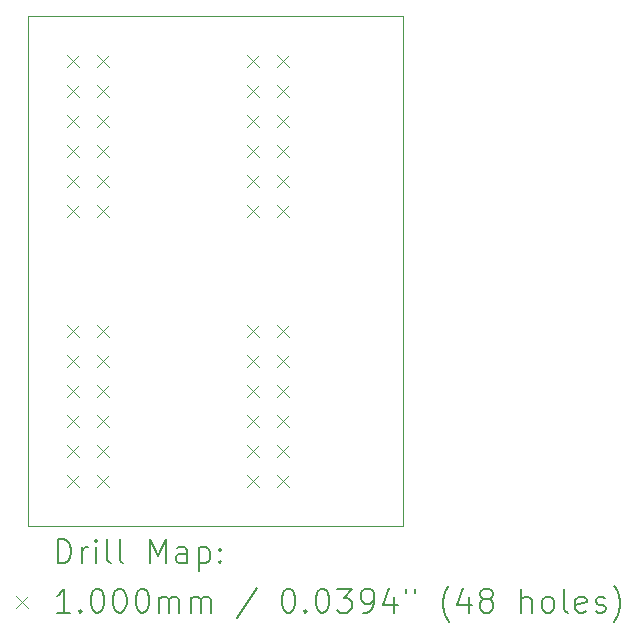
<source format=gbr>
%TF.GenerationSoftware,KiCad,Pcbnew,(6.0.9)*%
%TF.CreationDate,2022-11-21T19:08:51+01:00*%
%TF.ProjectId,PMOD series resistor board,504d4f44-2073-4657-9269-657320726573,V1.0*%
%TF.SameCoordinates,Original*%
%TF.FileFunction,Drillmap*%
%TF.FilePolarity,Positive*%
%FSLAX45Y45*%
G04 Gerber Fmt 4.5, Leading zero omitted, Abs format (unit mm)*
G04 Created by KiCad (PCBNEW (6.0.9)) date 2022-11-21 19:08:51*
%MOMM*%
%LPD*%
G01*
G04 APERTURE LIST*
%ADD10C,0.100000*%
%ADD11C,0.200000*%
G04 APERTURE END LIST*
D10*
X16891000Y-10541000D02*
X16891000Y-14859000D01*
X20066000Y-10541000D02*
X16891000Y-10541000D01*
X20066000Y-14859000D02*
X20066000Y-10541000D01*
X16891000Y-14859000D02*
X20066000Y-14859000D01*
D11*
D10*
X17222000Y-10872000D02*
X17322000Y-10972000D01*
X17322000Y-10872000D02*
X17222000Y-10972000D01*
X17222000Y-11126000D02*
X17322000Y-11226000D01*
X17322000Y-11126000D02*
X17222000Y-11226000D01*
X17222000Y-11380000D02*
X17322000Y-11480000D01*
X17322000Y-11380000D02*
X17222000Y-11480000D01*
X17222000Y-11634000D02*
X17322000Y-11734000D01*
X17322000Y-11634000D02*
X17222000Y-11734000D01*
X17222000Y-11888000D02*
X17322000Y-11988000D01*
X17322000Y-11888000D02*
X17222000Y-11988000D01*
X17222000Y-12142000D02*
X17322000Y-12242000D01*
X17322000Y-12142000D02*
X17222000Y-12242000D01*
X17222000Y-13158000D02*
X17322000Y-13258000D01*
X17322000Y-13158000D02*
X17222000Y-13258000D01*
X17222000Y-13412000D02*
X17322000Y-13512000D01*
X17322000Y-13412000D02*
X17222000Y-13512000D01*
X17222000Y-13666000D02*
X17322000Y-13766000D01*
X17322000Y-13666000D02*
X17222000Y-13766000D01*
X17222000Y-13920000D02*
X17322000Y-14020000D01*
X17322000Y-13920000D02*
X17222000Y-14020000D01*
X17222000Y-14174000D02*
X17322000Y-14274000D01*
X17322000Y-14174000D02*
X17222000Y-14274000D01*
X17222000Y-14428000D02*
X17322000Y-14528000D01*
X17322000Y-14428000D02*
X17222000Y-14528000D01*
X17476000Y-10872000D02*
X17576000Y-10972000D01*
X17576000Y-10872000D02*
X17476000Y-10972000D01*
X17476000Y-11126000D02*
X17576000Y-11226000D01*
X17576000Y-11126000D02*
X17476000Y-11226000D01*
X17476000Y-11380000D02*
X17576000Y-11480000D01*
X17576000Y-11380000D02*
X17476000Y-11480000D01*
X17476000Y-11634000D02*
X17576000Y-11734000D01*
X17576000Y-11634000D02*
X17476000Y-11734000D01*
X17476000Y-11888000D02*
X17576000Y-11988000D01*
X17576000Y-11888000D02*
X17476000Y-11988000D01*
X17476000Y-12142000D02*
X17576000Y-12242000D01*
X17576000Y-12142000D02*
X17476000Y-12242000D01*
X17476000Y-13158000D02*
X17576000Y-13258000D01*
X17576000Y-13158000D02*
X17476000Y-13258000D01*
X17476000Y-13412000D02*
X17576000Y-13512000D01*
X17576000Y-13412000D02*
X17476000Y-13512000D01*
X17476000Y-13666000D02*
X17576000Y-13766000D01*
X17576000Y-13666000D02*
X17476000Y-13766000D01*
X17476000Y-13920000D02*
X17576000Y-14020000D01*
X17576000Y-13920000D02*
X17476000Y-14020000D01*
X17476000Y-14174000D02*
X17576000Y-14274000D01*
X17576000Y-14174000D02*
X17476000Y-14274000D01*
X17476000Y-14428000D02*
X17576000Y-14528000D01*
X17576000Y-14428000D02*
X17476000Y-14528000D01*
X18746000Y-10872000D02*
X18846000Y-10972000D01*
X18846000Y-10872000D02*
X18746000Y-10972000D01*
X18746000Y-11126000D02*
X18846000Y-11226000D01*
X18846000Y-11126000D02*
X18746000Y-11226000D01*
X18746000Y-11380000D02*
X18846000Y-11480000D01*
X18846000Y-11380000D02*
X18746000Y-11480000D01*
X18746000Y-11634000D02*
X18846000Y-11734000D01*
X18846000Y-11634000D02*
X18746000Y-11734000D01*
X18746000Y-11888000D02*
X18846000Y-11988000D01*
X18846000Y-11888000D02*
X18746000Y-11988000D01*
X18746000Y-12142000D02*
X18846000Y-12242000D01*
X18846000Y-12142000D02*
X18746000Y-12242000D01*
X18746000Y-13158000D02*
X18846000Y-13258000D01*
X18846000Y-13158000D02*
X18746000Y-13258000D01*
X18746000Y-13412000D02*
X18846000Y-13512000D01*
X18846000Y-13412000D02*
X18746000Y-13512000D01*
X18746000Y-13666000D02*
X18846000Y-13766000D01*
X18846000Y-13666000D02*
X18746000Y-13766000D01*
X18746000Y-13920000D02*
X18846000Y-14020000D01*
X18846000Y-13920000D02*
X18746000Y-14020000D01*
X18746000Y-14174000D02*
X18846000Y-14274000D01*
X18846000Y-14174000D02*
X18746000Y-14274000D01*
X18746000Y-14428000D02*
X18846000Y-14528000D01*
X18846000Y-14428000D02*
X18746000Y-14528000D01*
X19000000Y-10872000D02*
X19100000Y-10972000D01*
X19100000Y-10872000D02*
X19000000Y-10972000D01*
X19000000Y-11126000D02*
X19100000Y-11226000D01*
X19100000Y-11126000D02*
X19000000Y-11226000D01*
X19000000Y-11380000D02*
X19100000Y-11480000D01*
X19100000Y-11380000D02*
X19000000Y-11480000D01*
X19000000Y-11634000D02*
X19100000Y-11734000D01*
X19100000Y-11634000D02*
X19000000Y-11734000D01*
X19000000Y-11888000D02*
X19100000Y-11988000D01*
X19100000Y-11888000D02*
X19000000Y-11988000D01*
X19000000Y-12142000D02*
X19100000Y-12242000D01*
X19100000Y-12142000D02*
X19000000Y-12242000D01*
X19000000Y-13158000D02*
X19100000Y-13258000D01*
X19100000Y-13158000D02*
X19000000Y-13258000D01*
X19000000Y-13412000D02*
X19100000Y-13512000D01*
X19100000Y-13412000D02*
X19000000Y-13512000D01*
X19000000Y-13666000D02*
X19100000Y-13766000D01*
X19100000Y-13666000D02*
X19000000Y-13766000D01*
X19000000Y-13920000D02*
X19100000Y-14020000D01*
X19100000Y-13920000D02*
X19000000Y-14020000D01*
X19000000Y-14174000D02*
X19100000Y-14274000D01*
X19100000Y-14174000D02*
X19000000Y-14274000D01*
X19000000Y-14428000D02*
X19100000Y-14528000D01*
X19100000Y-14428000D02*
X19000000Y-14528000D01*
D11*
X17143619Y-15174476D02*
X17143619Y-14974476D01*
X17191238Y-14974476D01*
X17219810Y-14984000D01*
X17238857Y-15003048D01*
X17248381Y-15022095D01*
X17257905Y-15060190D01*
X17257905Y-15088762D01*
X17248381Y-15126857D01*
X17238857Y-15145905D01*
X17219810Y-15164952D01*
X17191238Y-15174476D01*
X17143619Y-15174476D01*
X17343619Y-15174476D02*
X17343619Y-15041143D01*
X17343619Y-15079238D02*
X17353143Y-15060190D01*
X17362667Y-15050667D01*
X17381714Y-15041143D01*
X17400762Y-15041143D01*
X17467429Y-15174476D02*
X17467429Y-15041143D01*
X17467429Y-14974476D02*
X17457905Y-14984000D01*
X17467429Y-14993524D01*
X17476952Y-14984000D01*
X17467429Y-14974476D01*
X17467429Y-14993524D01*
X17591238Y-15174476D02*
X17572190Y-15164952D01*
X17562667Y-15145905D01*
X17562667Y-14974476D01*
X17696000Y-15174476D02*
X17676952Y-15164952D01*
X17667429Y-15145905D01*
X17667429Y-14974476D01*
X17924571Y-15174476D02*
X17924571Y-14974476D01*
X17991238Y-15117333D01*
X18057905Y-14974476D01*
X18057905Y-15174476D01*
X18238857Y-15174476D02*
X18238857Y-15069714D01*
X18229333Y-15050667D01*
X18210286Y-15041143D01*
X18172190Y-15041143D01*
X18153143Y-15050667D01*
X18238857Y-15164952D02*
X18219810Y-15174476D01*
X18172190Y-15174476D01*
X18153143Y-15164952D01*
X18143619Y-15145905D01*
X18143619Y-15126857D01*
X18153143Y-15107809D01*
X18172190Y-15098286D01*
X18219810Y-15098286D01*
X18238857Y-15088762D01*
X18334095Y-15041143D02*
X18334095Y-15241143D01*
X18334095Y-15050667D02*
X18353143Y-15041143D01*
X18391238Y-15041143D01*
X18410286Y-15050667D01*
X18419810Y-15060190D01*
X18429333Y-15079238D01*
X18429333Y-15136381D01*
X18419810Y-15155428D01*
X18410286Y-15164952D01*
X18391238Y-15174476D01*
X18353143Y-15174476D01*
X18334095Y-15164952D01*
X18515048Y-15155428D02*
X18524571Y-15164952D01*
X18515048Y-15174476D01*
X18505524Y-15164952D01*
X18515048Y-15155428D01*
X18515048Y-15174476D01*
X18515048Y-15050667D02*
X18524571Y-15060190D01*
X18515048Y-15069714D01*
X18505524Y-15060190D01*
X18515048Y-15050667D01*
X18515048Y-15069714D01*
D10*
X16786000Y-15454000D02*
X16886000Y-15554000D01*
X16886000Y-15454000D02*
X16786000Y-15554000D01*
D11*
X17248381Y-15594476D02*
X17134095Y-15594476D01*
X17191238Y-15594476D02*
X17191238Y-15394476D01*
X17172190Y-15423048D01*
X17153143Y-15442095D01*
X17134095Y-15451619D01*
X17334095Y-15575428D02*
X17343619Y-15584952D01*
X17334095Y-15594476D01*
X17324571Y-15584952D01*
X17334095Y-15575428D01*
X17334095Y-15594476D01*
X17467429Y-15394476D02*
X17486476Y-15394476D01*
X17505524Y-15404000D01*
X17515048Y-15413524D01*
X17524571Y-15432571D01*
X17534095Y-15470667D01*
X17534095Y-15518286D01*
X17524571Y-15556381D01*
X17515048Y-15575428D01*
X17505524Y-15584952D01*
X17486476Y-15594476D01*
X17467429Y-15594476D01*
X17448381Y-15584952D01*
X17438857Y-15575428D01*
X17429333Y-15556381D01*
X17419810Y-15518286D01*
X17419810Y-15470667D01*
X17429333Y-15432571D01*
X17438857Y-15413524D01*
X17448381Y-15404000D01*
X17467429Y-15394476D01*
X17657905Y-15394476D02*
X17676952Y-15394476D01*
X17696000Y-15404000D01*
X17705524Y-15413524D01*
X17715048Y-15432571D01*
X17724571Y-15470667D01*
X17724571Y-15518286D01*
X17715048Y-15556381D01*
X17705524Y-15575428D01*
X17696000Y-15584952D01*
X17676952Y-15594476D01*
X17657905Y-15594476D01*
X17638857Y-15584952D01*
X17629333Y-15575428D01*
X17619810Y-15556381D01*
X17610286Y-15518286D01*
X17610286Y-15470667D01*
X17619810Y-15432571D01*
X17629333Y-15413524D01*
X17638857Y-15404000D01*
X17657905Y-15394476D01*
X17848381Y-15394476D02*
X17867429Y-15394476D01*
X17886476Y-15404000D01*
X17896000Y-15413524D01*
X17905524Y-15432571D01*
X17915048Y-15470667D01*
X17915048Y-15518286D01*
X17905524Y-15556381D01*
X17896000Y-15575428D01*
X17886476Y-15584952D01*
X17867429Y-15594476D01*
X17848381Y-15594476D01*
X17829333Y-15584952D01*
X17819810Y-15575428D01*
X17810286Y-15556381D01*
X17800762Y-15518286D01*
X17800762Y-15470667D01*
X17810286Y-15432571D01*
X17819810Y-15413524D01*
X17829333Y-15404000D01*
X17848381Y-15394476D01*
X18000762Y-15594476D02*
X18000762Y-15461143D01*
X18000762Y-15480190D02*
X18010286Y-15470667D01*
X18029333Y-15461143D01*
X18057905Y-15461143D01*
X18076952Y-15470667D01*
X18086476Y-15489714D01*
X18086476Y-15594476D01*
X18086476Y-15489714D02*
X18096000Y-15470667D01*
X18115048Y-15461143D01*
X18143619Y-15461143D01*
X18162667Y-15470667D01*
X18172190Y-15489714D01*
X18172190Y-15594476D01*
X18267429Y-15594476D02*
X18267429Y-15461143D01*
X18267429Y-15480190D02*
X18276952Y-15470667D01*
X18296000Y-15461143D01*
X18324571Y-15461143D01*
X18343619Y-15470667D01*
X18353143Y-15489714D01*
X18353143Y-15594476D01*
X18353143Y-15489714D02*
X18362667Y-15470667D01*
X18381714Y-15461143D01*
X18410286Y-15461143D01*
X18429333Y-15470667D01*
X18438857Y-15489714D01*
X18438857Y-15594476D01*
X18829333Y-15384952D02*
X18657905Y-15642095D01*
X19086476Y-15394476D02*
X19105524Y-15394476D01*
X19124571Y-15404000D01*
X19134095Y-15413524D01*
X19143619Y-15432571D01*
X19153143Y-15470667D01*
X19153143Y-15518286D01*
X19143619Y-15556381D01*
X19134095Y-15575428D01*
X19124571Y-15584952D01*
X19105524Y-15594476D01*
X19086476Y-15594476D01*
X19067429Y-15584952D01*
X19057905Y-15575428D01*
X19048381Y-15556381D01*
X19038857Y-15518286D01*
X19038857Y-15470667D01*
X19048381Y-15432571D01*
X19057905Y-15413524D01*
X19067429Y-15404000D01*
X19086476Y-15394476D01*
X19238857Y-15575428D02*
X19248381Y-15584952D01*
X19238857Y-15594476D01*
X19229333Y-15584952D01*
X19238857Y-15575428D01*
X19238857Y-15594476D01*
X19372190Y-15394476D02*
X19391238Y-15394476D01*
X19410286Y-15404000D01*
X19419810Y-15413524D01*
X19429333Y-15432571D01*
X19438857Y-15470667D01*
X19438857Y-15518286D01*
X19429333Y-15556381D01*
X19419810Y-15575428D01*
X19410286Y-15584952D01*
X19391238Y-15594476D01*
X19372190Y-15594476D01*
X19353143Y-15584952D01*
X19343619Y-15575428D01*
X19334095Y-15556381D01*
X19324571Y-15518286D01*
X19324571Y-15470667D01*
X19334095Y-15432571D01*
X19343619Y-15413524D01*
X19353143Y-15404000D01*
X19372190Y-15394476D01*
X19505524Y-15394476D02*
X19629333Y-15394476D01*
X19562667Y-15470667D01*
X19591238Y-15470667D01*
X19610286Y-15480190D01*
X19619810Y-15489714D01*
X19629333Y-15508762D01*
X19629333Y-15556381D01*
X19619810Y-15575428D01*
X19610286Y-15584952D01*
X19591238Y-15594476D01*
X19534095Y-15594476D01*
X19515048Y-15584952D01*
X19505524Y-15575428D01*
X19724571Y-15594476D02*
X19762667Y-15594476D01*
X19781714Y-15584952D01*
X19791238Y-15575428D01*
X19810286Y-15546857D01*
X19819810Y-15508762D01*
X19819810Y-15432571D01*
X19810286Y-15413524D01*
X19800762Y-15404000D01*
X19781714Y-15394476D01*
X19743619Y-15394476D01*
X19724571Y-15404000D01*
X19715048Y-15413524D01*
X19705524Y-15432571D01*
X19705524Y-15480190D01*
X19715048Y-15499238D01*
X19724571Y-15508762D01*
X19743619Y-15518286D01*
X19781714Y-15518286D01*
X19800762Y-15508762D01*
X19810286Y-15499238D01*
X19819810Y-15480190D01*
X19991238Y-15461143D02*
X19991238Y-15594476D01*
X19943619Y-15384952D02*
X19896000Y-15527809D01*
X20019810Y-15527809D01*
X20086476Y-15394476D02*
X20086476Y-15432571D01*
X20162667Y-15394476D02*
X20162667Y-15432571D01*
X20457905Y-15670667D02*
X20448381Y-15661143D01*
X20429333Y-15632571D01*
X20419810Y-15613524D01*
X20410286Y-15584952D01*
X20400762Y-15537333D01*
X20400762Y-15499238D01*
X20410286Y-15451619D01*
X20419810Y-15423048D01*
X20429333Y-15404000D01*
X20448381Y-15375428D01*
X20457905Y-15365905D01*
X20619810Y-15461143D02*
X20619810Y-15594476D01*
X20572190Y-15384952D02*
X20524571Y-15527809D01*
X20648381Y-15527809D01*
X20753143Y-15480190D02*
X20734095Y-15470667D01*
X20724571Y-15461143D01*
X20715048Y-15442095D01*
X20715048Y-15432571D01*
X20724571Y-15413524D01*
X20734095Y-15404000D01*
X20753143Y-15394476D01*
X20791238Y-15394476D01*
X20810286Y-15404000D01*
X20819810Y-15413524D01*
X20829333Y-15432571D01*
X20829333Y-15442095D01*
X20819810Y-15461143D01*
X20810286Y-15470667D01*
X20791238Y-15480190D01*
X20753143Y-15480190D01*
X20734095Y-15489714D01*
X20724571Y-15499238D01*
X20715048Y-15518286D01*
X20715048Y-15556381D01*
X20724571Y-15575428D01*
X20734095Y-15584952D01*
X20753143Y-15594476D01*
X20791238Y-15594476D01*
X20810286Y-15584952D01*
X20819810Y-15575428D01*
X20829333Y-15556381D01*
X20829333Y-15518286D01*
X20819810Y-15499238D01*
X20810286Y-15489714D01*
X20791238Y-15480190D01*
X21067429Y-15594476D02*
X21067429Y-15394476D01*
X21153143Y-15594476D02*
X21153143Y-15489714D01*
X21143619Y-15470667D01*
X21124571Y-15461143D01*
X21096000Y-15461143D01*
X21076952Y-15470667D01*
X21067429Y-15480190D01*
X21276952Y-15594476D02*
X21257905Y-15584952D01*
X21248381Y-15575428D01*
X21238857Y-15556381D01*
X21238857Y-15499238D01*
X21248381Y-15480190D01*
X21257905Y-15470667D01*
X21276952Y-15461143D01*
X21305524Y-15461143D01*
X21324571Y-15470667D01*
X21334095Y-15480190D01*
X21343619Y-15499238D01*
X21343619Y-15556381D01*
X21334095Y-15575428D01*
X21324571Y-15584952D01*
X21305524Y-15594476D01*
X21276952Y-15594476D01*
X21457905Y-15594476D02*
X21438857Y-15584952D01*
X21429333Y-15565905D01*
X21429333Y-15394476D01*
X21610286Y-15584952D02*
X21591238Y-15594476D01*
X21553143Y-15594476D01*
X21534095Y-15584952D01*
X21524571Y-15565905D01*
X21524571Y-15489714D01*
X21534095Y-15470667D01*
X21553143Y-15461143D01*
X21591238Y-15461143D01*
X21610286Y-15470667D01*
X21619810Y-15489714D01*
X21619810Y-15508762D01*
X21524571Y-15527809D01*
X21696000Y-15584952D02*
X21715048Y-15594476D01*
X21753143Y-15594476D01*
X21772190Y-15584952D01*
X21781714Y-15565905D01*
X21781714Y-15556381D01*
X21772190Y-15537333D01*
X21753143Y-15527809D01*
X21724571Y-15527809D01*
X21705524Y-15518286D01*
X21696000Y-15499238D01*
X21696000Y-15489714D01*
X21705524Y-15470667D01*
X21724571Y-15461143D01*
X21753143Y-15461143D01*
X21772190Y-15470667D01*
X21848381Y-15670667D02*
X21857905Y-15661143D01*
X21876952Y-15632571D01*
X21886476Y-15613524D01*
X21896000Y-15584952D01*
X21905524Y-15537333D01*
X21905524Y-15499238D01*
X21896000Y-15451619D01*
X21886476Y-15423048D01*
X21876952Y-15404000D01*
X21857905Y-15375428D01*
X21848381Y-15365905D01*
M02*

</source>
